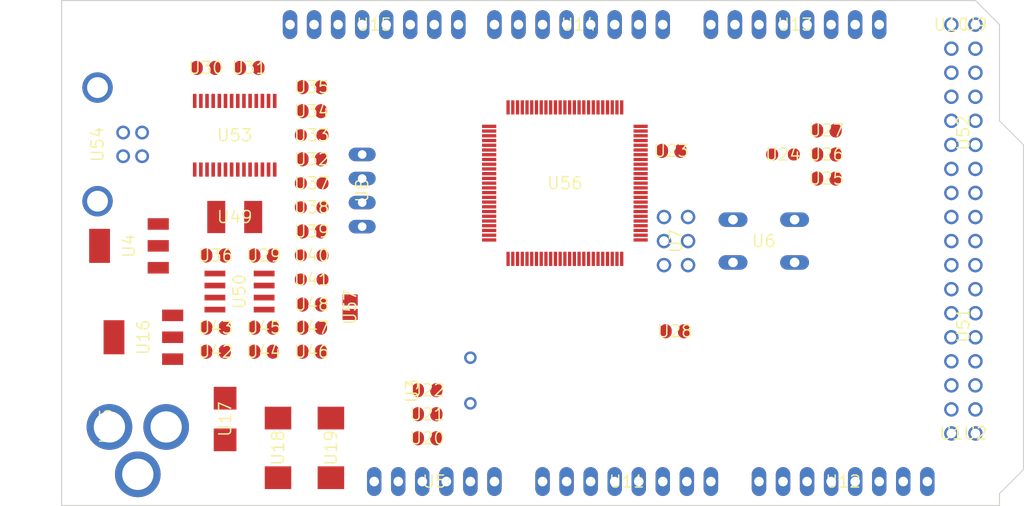
<source format=kicad_pcb>
(kicad_pcb (version 20221018) (generator pcbnew)
  (layers (0 "F.Cu" signal "Top") (31 "B.Cu" signal "Bottom") (34 "B.Paste" user) (35 "F.Paste" user) (36 "B.SilkS" user "B.Silkscreen") (37 "F.SilkS" user "F.Silkscreen") (38 "B.Mask" user) (39 "F.Mask" user) (44 "Edge.Cuts" user))
  (net 0 "")
  (net 1 "+5V")
  (net 2 "GND")
  (net 3 "N$6")
  (net 4 "N$7")
  (net 5 "AREF")
  (net 6 "RESET")
  (net 7 "VIN")
  (net 8 "N$3")
  (net 9 "PWRIN")
  (net 10 "M8RXD")
  (net 11 "M8TXD")
  (net 12 "ADC0")
  (net 13 "ADC2")
  (net 14 "ADC1")
  (net 15 "ADC3")
  (net 16 "ADC4")
  (net 17 "ADC5")
  (net 18 "ADC6")
  (net 19 "ADC7")
  (net 20 "+3V3")
  (net 21 "SDA")
  (net 22 "SCL")
  (net 23 "ADC9")
  (net 24 "ADC8")
  (net 25 "ADC10")
  (net 26 "ADC11")
  (net 27 "ADC12")
  (net 28 "ADC13")
  (net 29 "ADC14")
  (net 30 "ADC15")
  (net 31 "PB3")
  (net 32 "PB2")
  (net 33 "PB1")
  (net 34 "PB5")
  (net 35 "PB4")
  (net 36 "PE5")
  (net 37 "PE4")
  (net 38 "PE3")
  (net 39 "PE1")
  (net 40 "PE0")
  (net 41 "N$15")
  (net 42 "N$53")
  (net 43 "N$54")
  (net 44 "N$55")
  (net 45 "D-")
  (net 46 "D+")
  (net 47 "N$60")
  (net 48 "DTR")
  (net 49 "USBVCC")
  (net 50 "N$2")
  (net 51 "N$4")
  (net 52 "GATE_CMD")
  (net 53 "CMP")
  (net 54 "PB6")
  (net 55 "PH3")
  (net 56 "PH4")
  (net 57 "PH5")
  (net 58 "PH6")
  (net 59 "PG5")
  (net 60 "RXD1")
  (net 61 "TXD1")
  (net 62 "RXD2")
  (net 63 "RXD3")
  (net 64 "TXD2")
  (net 65 "TXD3")
  (net 66 "PC0")
  (net 67 "PC1")
  (net 68 "PC2")
  (net 69 "PC3")
  (net 70 "PC4")
  (net 71 "PC5")
  (net 72 "PC6")
  (net 73 "PC7")
  (net 74 "PB0")
  (net 75 "PG0")
  (net 76 "PG1")
  (net 77 "PG2")
  (net 78 "PD7")
  (net 79 "PA0")
  (net 80 "PA1")
  (net 81 "PA2")
  (net 82 "PA3")
  (net 83 "PA4")
  (net 84 "PA5")
  (net 85 "PA6")
  (net 86 "PA7")
  (net 87 "PL0")
  (net 88 "PL1")
  (net 89 "PL2")
  (net 90 "PL3")
  (net 91 "PL4")
  (net 92 "PL5")
  (net 93 "PL6")
  (net 94 "PL7")
  (net 95 "PB7")
  (net 96 "CTS")
  (net 97 "DSR")
  (net 98 "DCD")
  (net 99 "RI")
  (footprint "Arduino_MEGA_Reference_Design:2X03" (layer "F.Cu") (at 162.5981 103.7336 -90)
    (fp_text reference "U7")
    (fp_text value "")
  )
  (footprint "Arduino_MEGA_Reference_Design:1X08" (layer "F.Cu") (at 152.3111 80.8736 180)
    (fp_text reference "U14")
    (fp_text value "")
  )
  (footprint "Arduino_MEGA_Reference_Design:1X08" (layer "F.Cu") (at 130.7211 80.8736 180)
    (fp_text reference "U15")
    (fp_text value "")
  )
  (footprint "Arduino_MEGA_Reference_Design:SMC_D" (layer "F.Cu") (at 120.5611 125.5776 -90)
    (fp_text reference "U18")
    (fp_text value "")
  )
  (footprint "Arduino_MEGA_Reference_Design:SMC_D" (layer "F.Cu") (at 126.1491 125.5776 -90)
    (fp_text reference "U19")
    (fp_text value "")
  )
  (footprint "Arduino_MEGA_Reference_Design:B3F-10XX" (layer "F.Cu") (at 171.8691 103.7336 180)
    (fp_text reference "U6")
    (fp_text value "")
  )
  (footprint "Arduino_MEGA_Reference_Design:0805RND" (layer "F.Cu") (at 173.9011 94.5896 180)
    (fp_text reference "U24")
    (fp_text value "")
  )
  (footprint "Arduino_MEGA_Reference_Design:SMB" (layer "F.Cu") (at 114.9731 122.5296 -90)
    (fp_text reference "U17")
    (fp_text value "")
  )
  (footprint "Arduino_MEGA_Reference_Design:DC-21MM" (layer "F.Cu") (at 103.0351 123.2916 90)
    (fp_text reference "U55")
    (fp_text value "")
  )
  (footprint "Arduino_MEGA_Reference_Design:HC49_S" (layer "F.Cu") (at 140.8811 118.4656 90)
    (fp_text reference "U3")
    (fp_text value "")
  )
  (footprint "Arduino_MEGA_Reference_Design:SOT223" (layer "F.Cu") (at 106.3371 113.8936 90)
    (fp_text reference "U16")
    (fp_text value "")
  )
  (footprint "Arduino_MEGA_Reference_Design:1X06" (layer "F.Cu") (at 137.0711 129.1336)
    (fp_text reference "U5")
    (fp_text value "")
  )
  (footprint "Arduino_MEGA_Reference_Design:C0805RND" (layer "F.Cu") (at 124.1171 87.4776)
    (fp_text reference "U35")
    (fp_text value "")
  )
  (footprint "Arduino_MEGA_Reference_Design:C0805RND" (layer "F.Cu") (at 162.4711 113.2586)
    (fp_text reference "U28")
    (fp_text value "")
  )
  (footprint "Arduino_MEGA_Reference_Design:C0805RND" (layer "F.Cu") (at 136.3091 122.0216)
    (fp_text reference "U21")
    (fp_text value "")
  )
  (footprint "Arduino_MEGA_Reference_Design:C0805RND" (layer "F.Cu") (at 136.3091 119.4816)
    (fp_text reference "U22")
    (fp_text value "")
  )
  (footprint "Arduino_MEGA_Reference_Design:C0805RND" (layer "F.Cu") (at 113.9571 112.8776)
    (fp_text reference "U43")
    (fp_text value "")
  )
  (footprint "Arduino_MEGA_Reference_Design:RCL_0805RND" (layer "F.Cu") (at 124.1171 105.2576)
    (fp_text reference "U40")
    (fp_text value "")
  )
  (footprint "Arduino_MEGA_Reference_Design:RCL_0805RND" (layer "F.Cu") (at 124.1171 107.7976)
    (fp_text reference "U41")
    (fp_text value "")
  )
  (footprint "Arduino_MEGA_Reference_Design:1X08" (layer "F.Cu") (at 157.3911 129.1336)
    (fp_text reference "U11")
    (fp_text value "")
  )
  (footprint "Arduino_MEGA_Reference_Design:1X08" (layer "F.Cu") (at 175.1711 80.8736 180)
    (fp_text reference "U13")
    (fp_text value "")
  )
  (footprint "Arduino_MEGA_Reference_Design:R0805RND" (layer "F.Cu") (at 178.4731 94.5896 180)
    (fp_text reference "U26")
    (fp_text value "")
  )
  (footprint "Arduino_MEGA_Reference_Design:R0805RND" (layer "F.Cu") (at 178.4731 92.0496 180)
    (fp_text reference "U27")
    (fp_text value "")
  )
  (footprint "Arduino_MEGA_Reference_Design:TQFP100" (layer "F.Cu") (at 150.86109924316406 97.6163101196289 0)
    (fp_text reference "U56")
    (fp_text value "")
  )
  (footprint "Arduino_MEGA_Reference_Design:C0805RND" (layer "F.Cu") (at 162.0901 94.2086 180)
    (fp_text reference "U23")
    (fp_text value "")
  )
  (footprint "Arduino_MEGA_Reference_Design:C0805RND" (layer "F.Cu") (at 136.3091 124.5616)
    (fp_text reference "U20")
    (fp_text value "")
  )
  (footprint "Arduino_MEGA_Reference_Design:1X08" (layer "F.Cu") (at 180.2511 129.1336)
    (fp_text reference "U12")
    (fp_text value "")
  )
  (footprint "Arduino_MEGA_Reference_Design:R0805RND" (layer "F.Cu") (at 124.1171 112.8776)
    (fp_text reference "U47")
    (fp_text value "")
  )
  (footprint "Arduino_MEGA_Reference_Design:C0805RND" (layer "F.Cu") (at 124.1171 115.4176)
    (fp_text reference "U46")
    (fp_text value "")
  )
  (footprint "Arduino_MEGA_Reference_Design:C0805RND" (layer "F.Cu") (at 113.9571 105.2576)
    (fp_text reference "U36")
    (fp_text value "")
  )
  (footprint "Arduino_MEGA_Reference_Design:C0805RND" (layer "F.Cu") (at 112.9411 85.4456)
    (fp_text reference "U30")
    (fp_text value "")
  )
  (footprint "Arduino_MEGA_Reference_Design:0805RND" (layer "F.Cu") (at 124.1171 100.1776 180)
    (fp_text reference "U38")
    (fp_text value "")
  )
  (footprint "Arduino_MEGA_Reference_Design:0805RND" (layer "F.Cu") (at 124.1171 97.6376 180)
    (fp_text reference "U37")
    (fp_text value "")
  )
  (footprint "Arduino_MEGA_Reference_Design:R0805RND" (layer "F.Cu") (at 124.1171 95.0976)
    (fp_text reference "U32")
    (fp_text value "")
  )
  (footprint "Arduino_MEGA_Reference_Design:R0805RND" (layer "F.Cu") (at 124.1171 102.7176)
    (fp_text reference "U39")
    (fp_text value "")
  )
  (footprint "Arduino_MEGA_Reference_Design:SSOP28" (layer "F.Cu") (at 115.9891 92.5576)
    (fp_text reference "U53")
    (fp_text value "")
  )
  (footprint "Arduino_MEGA_Reference_Design:PN61729" (layer "F.Cu") (at 98.9584 93.5228 -90)
    (fp_text reference "U54")
    (fp_text value "")
  )
  (footprint "Arduino_MEGA_Reference_Design:L1812" (layer "F.Cu") (at 115.9891 101.1936)
    (fp_text reference "U49")
    (fp_text value "")
  )
  (footprint "Arduino_MEGA_Reference_Design:C0805RND" (layer "F.Cu") (at 117.5131 85.4456)
    (fp_text reference "U31")
    (fp_text value "")
  )
  (footprint "Arduino_MEGA_Reference_Design:0805RND" (layer "F.Cu") (at 124.1171 92.5576 180)
    (fp_text reference "U33")
    (fp_text value "")
  )
  (footprint "Arduino_MEGA_Reference_Design:R0805RND" (layer "F.Cu") (at 124.1171 90.0176 180)
    (fp_text reference "U34")
    (fp_text value "")
  )
  (footprint "Arduino_MEGA_Reference_Design:C0805RND" (layer "F.Cu") (at 124.1171 110.4392 180)
    (fp_text reference "U48")
    (fp_text value "")
  )
  (footprint "Arduino_MEGA_Reference_Design:SOT223" (layer "F.Cu") (at 104.8131 104.2416 90)
    (fp_text reference "U4")
    (fp_text value "")
  )
  (footprint "Arduino_MEGA_Reference_Design:SO08" (layer "F.Cu") (at 116.4971 109.0676 -90)
    (fp_text reference "U50")
    (fp_text value "")
  )
  (footprint "Arduino_MEGA_Reference_Design:R0805RND" (layer "F.Cu") (at 113.9571 115.4176 180)
    (fp_text reference "U42")
    (fp_text value "")
  )
  (footprint "Arduino_MEGA_Reference_Design:R0805RND" (layer "F.Cu") (at 119.0371 112.8776 180)
    (fp_text reference "U45")
    (fp_text value "")
  )
  (footprint "Arduino_MEGA_Reference_Design:C0805RND" (layer "F.Cu") (at 119.0371 115.4176 180)
    (fp_text reference "U44")
    (fp_text value "")
  )
  (footprint "Arduino_MEGA_Reference_Design:C0805RND" (layer "F.Cu") (at 119.0371 105.2576)
    (fp_text reference "U29")
    (fp_text value "")
  )
  (footprint "Arduino_MEGA_Reference_Design:2X08" (layer "F.Cu") (at 192.9511 92.3036 90)
    (fp_text reference "U52")
    (fp_text value "")
  )
  (footprint "Arduino_MEGA_Reference_Design:2X08" (layer "F.Cu") (at 192.9511 112.6236 90)
    (fp_text reference "U51")
    (fp_text value "")
  )
  (footprint "Arduino_MEGA_Reference_Design:R0805RND" (layer "F.Cu") (at 178.4731 97.1296 180)
    (fp_text reference "U25")
    (fp_text value "")
  )
  (footprint "Arduino_MEGA_Reference_Design:1X01" (layer "F.Cu") (at 191.6811 80.8736)
    (fp_text reference "U10")
    (fp_text value "")
  )
  (footprint "Arduino_MEGA_Reference_Design:1X01" (layer "F.Cu") (at 194.2211 80.8736)
    (fp_text reference "U9")
    (fp_text value "")
  )
  (footprint "Arduino_MEGA_Reference_Design:1X01" (layer "F.Cu") (at 191.6811 124.0536)
    (fp_text reference "U1")
    (fp_text value "")
  )
  (footprint "Arduino_MEGA_Reference_Design:1X01" (layer "F.Cu") (at 194.2211 124.0536)
    (fp_text reference "U2")
    (fp_text value "")
  )
  (footprint "Arduino_MEGA_Reference_Design:SJ" (layer "F.Cu") (at 128.1811 110.7186 -90)
    (fp_text reference "U57")
    (fp_text value "")
  )
  (footprint "Arduino_MEGA_Reference_Design:JP4" (layer "F.Cu") (at 129.4511 98.3996 -90)
    (fp_text reference "U8")
    (fp_text value "")
  )
  (gr_line (start 196.7611 80.8736) (end 196.7611 91.0336) (layer "Edge.Cuts") (width 0.12))
  (gr_line (start 196.7611 130.4036) (end 196.7611 131.6736) (layer "Edge.Cuts") (width 0.12))
  (gr_line (start 194.2211 78.3336) (end 196.7611 80.8736) (layer "Edge.Cuts") (width 0.12))
  (gr_line (start 97.7011 78.3336) (end 194.2211 78.3336) (layer "Edge.Cuts") (width 0.12))
  (gr_line (start 196.7611 91.0336) (end 199.3011 93.5736) (layer "Edge.Cuts") (width 0.12))
  (gr_line (start 97.7011 131.6736) (end 97.7011 78.3336) (layer "Edge.Cuts") (width 0.12))
  (gr_line (start 196.7611 131.6736) (end 97.7011 131.6736) (layer "Edge.Cuts") (width 0.12))
  (gr_line (start 199.3011 93.5736) (end 199.3011 127.8636) (layer "Edge.Cuts") (width 0.12))
  (gr_line (start 199.3011 127.8636) (end 196.7611 130.4036) (layer "Edge.Cuts") (width 0.12))
)
</source>
